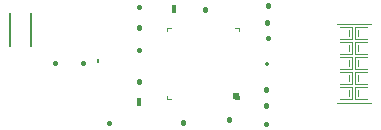
<source format=gto>
G75*
G70*
%OFA0B0*%
%FSLAX24Y24*%
%IPPOS*%
%LPD*%
%AMOC8*
5,1,8,0,0,1.08239X$1,22.5*
%
%ADD10C,0.0040*%
%ADD11R,0.0197X0.0197*%
%ADD12C,0.0160*%
%ADD13R,0.0160X0.0280*%
%ADD14C,0.0138*%
%ADD15R,0.0108X0.0138*%
%ADD16C,0.0080*%
D10*
X005670Y001579D02*
X005788Y001579D01*
X005670Y001579D02*
X005670Y001697D01*
X007934Y001579D02*
X008052Y001579D01*
X008052Y001697D01*
X011316Y001458D02*
X012458Y001458D01*
X012337Y001571D02*
X011937Y001571D01*
X011937Y001971D01*
X012337Y001971D01*
X012337Y002071D02*
X011937Y002071D01*
X011937Y002471D01*
X012337Y002471D01*
X012337Y002571D02*
X011937Y002571D01*
X011937Y002971D01*
X012337Y002971D01*
X012337Y003071D02*
X011937Y003071D01*
X011937Y003471D01*
X012337Y003471D01*
X012337Y003571D02*
X011937Y003571D01*
X011937Y003971D01*
X012337Y003971D01*
X012458Y004084D02*
X011316Y004084D01*
X011437Y003971D02*
X011837Y003971D01*
X011837Y003571D01*
X011437Y003571D01*
X011437Y003471D02*
X011837Y003471D01*
X011837Y003071D01*
X011437Y003071D01*
X011437Y002971D02*
X011837Y002971D01*
X011837Y002571D01*
X011437Y002571D01*
X011437Y002471D02*
X011837Y002471D01*
X011837Y002071D01*
X011437Y002071D01*
X011437Y001971D02*
X011837Y001971D01*
X011837Y001571D01*
X011437Y001571D01*
X011737Y001671D02*
X011737Y001871D01*
X012037Y001871D02*
X012037Y001671D01*
X012037Y002171D02*
X012037Y002371D01*
X011737Y002371D02*
X011737Y002171D01*
X011737Y002671D02*
X011737Y002871D01*
X012037Y002871D02*
X012037Y002671D01*
X012037Y003171D02*
X012037Y003371D01*
X011737Y003371D02*
X011737Y003171D01*
X011737Y003671D02*
X011737Y003871D01*
X012037Y003871D02*
X012037Y003671D01*
X008052Y003843D02*
X008052Y003961D01*
X007934Y003961D01*
X005788Y003961D02*
X005670Y003961D01*
X005670Y003843D01*
D11*
X007944Y001687D03*
D12*
X003709Y000801D02*
X003709Y000777D01*
X006199Y000806D02*
X006199Y000782D01*
X007723Y000890D02*
X007723Y000914D01*
X008960Y000762D02*
X008960Y000738D01*
X008956Y001354D02*
X008956Y001378D01*
X008966Y001883D02*
X008966Y001907D01*
X004733Y002169D02*
X004733Y002193D01*
X002863Y002776D02*
X002839Y002776D01*
X001934Y002800D02*
X001910Y002800D01*
X004730Y003209D02*
X004730Y003233D01*
X004730Y003970D02*
X004730Y003994D01*
X004727Y004646D02*
X004727Y004670D01*
X006931Y004588D02*
X006931Y004564D01*
X009006Y004699D02*
X009006Y004723D01*
X009005Y004142D02*
X009005Y004118D01*
X009012Y003637D02*
X009012Y003613D01*
D13*
X005896Y004576D03*
X004724Y001500D03*
D14*
X008972Y002742D03*
D15*
X003367Y002863D03*
D16*
X001131Y003349D02*
X001131Y004449D01*
X000431Y004449D02*
X000431Y003349D01*
M02*

</source>
